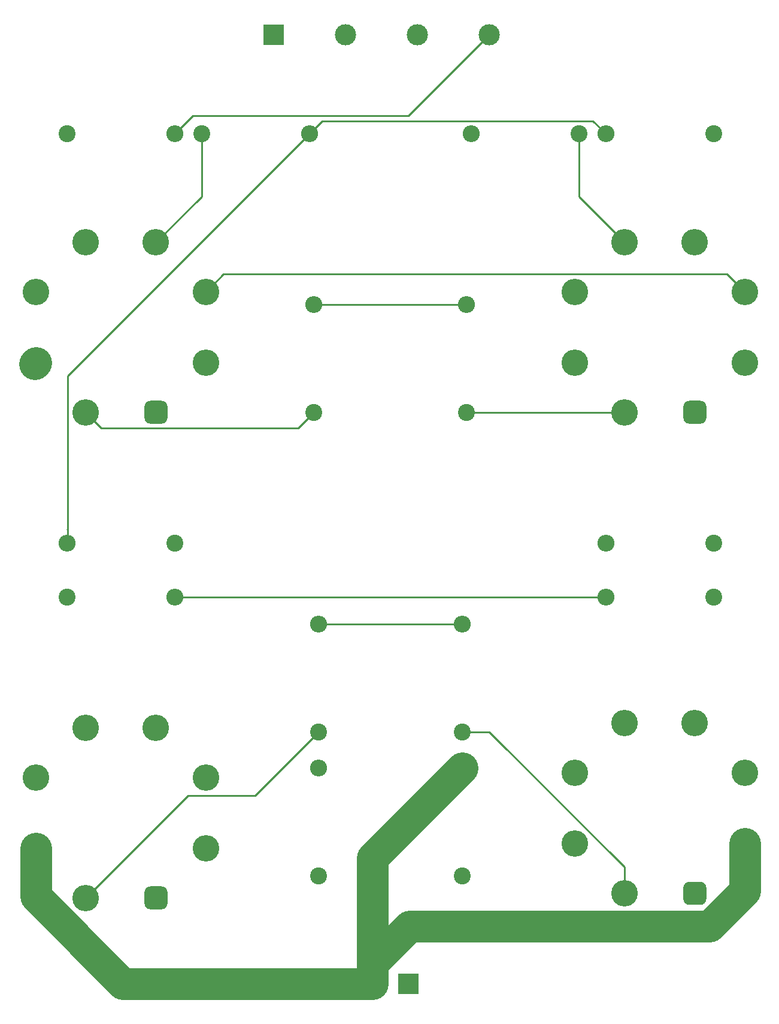
<source format=gbr>
%TF.GenerationSoftware,KiCad,Pcbnew,(5.1.12-1-10_14)*%
%TF.CreationDate,2022-01-04T15:34:02-08:00*%
%TF.ProjectId,pass-tube-array,70617373-2d74-4756-9265-2d6172726179,0.1*%
%TF.SameCoordinates,Original*%
%TF.FileFunction,Copper,L2,Bot*%
%TF.FilePolarity,Positive*%
%FSLAX46Y46*%
G04 Gerber Fmt 4.6, Leading zero omitted, Abs format (unit mm)*
G04 Created by KiCad (PCBNEW (5.1.12-1-10_14)) date 2022-01-04 15:34:02*
%MOMM*%
%LPD*%
G01*
G04 APERTURE LIST*
%TA.AperFunction,ComponentPad*%
%ADD10O,2.400000X2.400000*%
%TD*%
%TA.AperFunction,ComponentPad*%
%ADD11C,2.400000*%
%TD*%
%TA.AperFunction,ComponentPad*%
%ADD12O,3.750000X3.750000*%
%TD*%
%TA.AperFunction,ComponentPad*%
%ADD13R,3.000000X3.000000*%
%TD*%
%TA.AperFunction,ComponentPad*%
%ADD14C,3.000000*%
%TD*%
%TA.AperFunction,Conductor*%
%ADD15C,0.250000*%
%TD*%
%TA.AperFunction,Conductor*%
%ADD16C,4.500000*%
%TD*%
G04 APERTURE END LIST*
D10*
%TO.P,R11,2*%
%TO.N,Net-(J1-Pad3)*%
X223520000Y-155575000D03*
D11*
%TO.P,R11,1*%
%TO.N,Net-(R11-Pad1)*%
X223520000Y-170815000D03*
%TD*%
D12*
%TO.P,U1,8*%
%TO.N,Net-(R2-Pad1)*%
X190605116Y-125675433D03*
%TO.P,U1,7*%
%TO.N,Filament_A*%
X183569567Y-118639884D03*
%TO.P,U1,6*%
%TO.N,N/C*%
X183569567Y-108690116D03*
%TO.P,U1,5*%
%TO.N,Net-(R1-Pad1)*%
X190605116Y-101654567D03*
%TO.P,U1,4*%
%TO.N,Net-(R3-Pad1)*%
X200554884Y-101654567D03*
%TO.P,U1,3*%
%TO.N,Net-(J1-Pad1)*%
X207590433Y-108690116D03*
%TO.P,U1,2*%
%TO.N,Filament_B*%
X207590433Y-118639884D03*
%TO.P,U1,1*%
%TO.N,N/C*%
%TA.AperFunction,ComponentPad*%
G36*
G01*
X198929884Y-126485433D02*
X198929884Y-124865433D01*
G75*
G02*
X199739884Y-124055433I810000J0D01*
G01*
X201369884Y-124055433D01*
G75*
G02*
X202179884Y-124865433I0J-810000D01*
G01*
X202179884Y-126485433D01*
G75*
G02*
X201369884Y-127295433I-810000J0D01*
G01*
X199739884Y-127295433D01*
G75*
G02*
X198929884Y-126485433I0J810000D01*
G01*
G37*
%TD.AperFunction*%
%TD*%
%TO.P,U2,8*%
%TO.N,Net-(R5-Pad1)*%
X266805116Y-125675433D03*
%TO.P,U2,7*%
%TO.N,Filament_B*%
X259769567Y-118639884D03*
%TO.P,U2,6*%
%TO.N,N/C*%
X259769567Y-108690116D03*
%TO.P,U2,5*%
%TO.N,Net-(R4-Pad1)*%
X266805116Y-101654567D03*
%TO.P,U2,4*%
%TO.N,Net-(R6-Pad1)*%
X276754884Y-101654567D03*
%TO.P,U2,3*%
%TO.N,Net-(J1-Pad1)*%
X283790433Y-108690116D03*
%TO.P,U2,2*%
%TO.N,Filament_A*%
X283790433Y-118639884D03*
%TO.P,U2,1*%
%TO.N,N/C*%
%TA.AperFunction,ComponentPad*%
G36*
G01*
X275129884Y-126485433D02*
X275129884Y-124865433D01*
G75*
G02*
X275939884Y-124055433I810000J0D01*
G01*
X277569884Y-124055433D01*
G75*
G02*
X278379884Y-124865433I0J-810000D01*
G01*
X278379884Y-126485433D01*
G75*
G02*
X277569884Y-127295433I-810000J0D01*
G01*
X275939884Y-127295433D01*
G75*
G02*
X275129884Y-126485433I0J810000D01*
G01*
G37*
%TD.AperFunction*%
%TD*%
%TO.P,U3,8*%
%TO.N,Net-(R8-Pad1)*%
X266805116Y-193620433D03*
%TO.P,U3,7*%
%TO.N,Filament_B*%
X259769567Y-186584884D03*
%TO.P,U3,6*%
%TO.N,N/C*%
X259769567Y-176635116D03*
%TO.P,U3,5*%
%TO.N,Net-(R7-Pad1)*%
X266805116Y-169599567D03*
%TO.P,U3,4*%
%TO.N,Net-(R9-Pad1)*%
X276754884Y-169599567D03*
%TO.P,U3,3*%
%TO.N,Net-(J1-Pad1)*%
X283790433Y-176635116D03*
%TO.P,U3,2*%
%TO.N,Filament_A*%
X283790433Y-186584884D03*
%TO.P,U3,1*%
%TO.N,N/C*%
%TA.AperFunction,ComponentPad*%
G36*
G01*
X275129884Y-194430433D02*
X275129884Y-192810433D01*
G75*
G02*
X275939884Y-192000433I810000J0D01*
G01*
X277569884Y-192000433D01*
G75*
G02*
X278379884Y-192810433I0J-810000D01*
G01*
X278379884Y-194430433D01*
G75*
G02*
X277569884Y-195240433I-810000J0D01*
G01*
X275939884Y-195240433D01*
G75*
G02*
X275129884Y-194430433I0J810000D01*
G01*
G37*
%TD.AperFunction*%
%TD*%
%TO.P,U4,8*%
%TO.N,Net-(R11-Pad1)*%
X190605116Y-194255433D03*
%TO.P,U4,7*%
%TO.N,Filament_A*%
X183569567Y-187219884D03*
%TO.P,U4,6*%
%TO.N,N/C*%
X183569567Y-177270116D03*
%TO.P,U4,5*%
%TO.N,Net-(R10-Pad1)*%
X190605116Y-170234567D03*
%TO.P,U4,4*%
%TO.N,Net-(R12-Pad1)*%
X200554884Y-170234567D03*
%TO.P,U4,3*%
%TO.N,Net-(J1-Pad1)*%
X207590433Y-177270116D03*
%TO.P,U4,2*%
%TO.N,Filament_B*%
X207590433Y-187219884D03*
%TO.P,U4,1*%
%TO.N,N/C*%
%TA.AperFunction,ComponentPad*%
G36*
G01*
X198929884Y-195065433D02*
X198929884Y-193445433D01*
G75*
G02*
X199739884Y-192635433I810000J0D01*
G01*
X201369884Y-192635433D01*
G75*
G02*
X202179884Y-193445433I0J-810000D01*
G01*
X202179884Y-195065433D01*
G75*
G02*
X201369884Y-195875433I-810000J0D01*
G01*
X199739884Y-195875433D01*
G75*
G02*
X198929884Y-195065433I0J810000D01*
G01*
G37*
%TD.AperFunction*%
%TD*%
D13*
%TO.P,J1,1*%
%TO.N,Net-(J1-Pad1)*%
X217170000Y-72390000D03*
D14*
%TO.P,J1,2*%
%TO.N,Net-(J1-Pad2)*%
X227330000Y-72390000D03*
%TO.P,J1,3*%
%TO.N,Net-(J1-Pad3)*%
X237490000Y-72390000D03*
%TO.P,J1,4*%
%TO.N,Net-(J1-Pad4)*%
X247650000Y-72390000D03*
%TD*%
D13*
%TO.P,J2,1*%
%TO.N,Filament_B*%
X236220000Y-206375000D03*
D14*
%TO.P,J2,2*%
%TO.N,Filament_A*%
X231140000Y-206375000D03*
%TD*%
D11*
%TO.P,R1,1*%
%TO.N,Net-(R1-Pad1)*%
X187960000Y-86360000D03*
D10*
%TO.P,R1,2*%
%TO.N,Net-(J1-Pad4)*%
X203200000Y-86360000D03*
%TD*%
D11*
%TO.P,R2,1*%
%TO.N,Net-(R2-Pad1)*%
X222885000Y-125730000D03*
D10*
%TO.P,R2,2*%
%TO.N,Net-(J1-Pad3)*%
X222885000Y-110490000D03*
%TD*%
D11*
%TO.P,R3,1*%
%TO.N,Net-(R3-Pad1)*%
X207010000Y-86360000D03*
D10*
%TO.P,R3,2*%
%TO.N,Net-(J1-Pad2)*%
X222250000Y-86360000D03*
%TD*%
%TO.P,R4,2*%
%TO.N,Net-(J1-Pad4)*%
X245110000Y-86360000D03*
D11*
%TO.P,R4,1*%
%TO.N,Net-(R4-Pad1)*%
X260350000Y-86360000D03*
%TD*%
D10*
%TO.P,R5,2*%
%TO.N,Net-(J1-Pad3)*%
X244475000Y-110490000D03*
D11*
%TO.P,R5,1*%
%TO.N,Net-(R5-Pad1)*%
X244475000Y-125730000D03*
%TD*%
D10*
%TO.P,R6,2*%
%TO.N,Net-(J1-Pad2)*%
X264160000Y-86360000D03*
D11*
%TO.P,R6,1*%
%TO.N,Net-(R6-Pad1)*%
X279400000Y-86360000D03*
%TD*%
%TO.P,R7,1*%
%TO.N,Net-(R7-Pad1)*%
X279400000Y-151765000D03*
D10*
%TO.P,R7,2*%
%TO.N,Net-(J1-Pad4)*%
X264160000Y-151765000D03*
%TD*%
D11*
%TO.P,R8,1*%
%TO.N,Net-(R8-Pad1)*%
X243840000Y-170815000D03*
D10*
%TO.P,R8,2*%
%TO.N,Net-(J1-Pad3)*%
X243840000Y-155575000D03*
%TD*%
D11*
%TO.P,R9,1*%
%TO.N,Net-(R9-Pad1)*%
X279400000Y-144145000D03*
D10*
%TO.P,R9,2*%
%TO.N,Net-(J1-Pad2)*%
X264160000Y-144145000D03*
%TD*%
%TO.P,R10,2*%
%TO.N,Net-(J1-Pad4)*%
X203200000Y-151765000D03*
D11*
%TO.P,R10,1*%
%TO.N,Net-(R10-Pad1)*%
X187960000Y-151765000D03*
%TD*%
D10*
%TO.P,R12,2*%
%TO.N,Net-(J1-Pad2)*%
X187960000Y-144145000D03*
D11*
%TO.P,R12,1*%
%TO.N,Net-(R12-Pad1)*%
X203200000Y-144145000D03*
%TD*%
%TO.P,R13,1*%
%TO.N,Net-(J1-Pad3)*%
X223520000Y-191135000D03*
D10*
%TO.P,R13,2*%
%TO.N,Filament_B*%
X223520000Y-175895000D03*
%TD*%
%TO.P,R14,2*%
%TO.N,Filament_A*%
X243840000Y-175895000D03*
D11*
%TO.P,R14,1*%
%TO.N,Net-(J1-Pad3)*%
X243840000Y-191135000D03*
%TD*%
D15*
%TO.N,Net-(J1-Pad1)*%
X210090434Y-106190115D02*
X207590433Y-108690116D01*
X281290432Y-106190115D02*
X210090434Y-106190115D01*
X283790433Y-108690116D02*
X281290432Y-106190115D01*
%TO.N,Net-(J1-Pad2)*%
X224075001Y-84534999D02*
X262334999Y-84534999D01*
X262334999Y-84534999D02*
X264160000Y-86360000D01*
X222250000Y-86360000D02*
X224075001Y-84534999D01*
X188105115Y-142094885D02*
X187960000Y-142240000D01*
X188105115Y-143999885D02*
X187960000Y-144145000D01*
X188105115Y-120504885D02*
X188105115Y-143999885D01*
X222250000Y-86360000D02*
X188105115Y-120504885D01*
%TO.N,Net-(J1-Pad3)*%
X244475000Y-110490000D02*
X222885000Y-110490000D01*
X223520000Y-155575000D02*
X243840000Y-155575000D01*
%TO.N,Net-(J1-Pad4)*%
X205775011Y-83784989D02*
X236255011Y-83784989D01*
X236255011Y-83784989D02*
X247650000Y-72390000D01*
X203200000Y-86360000D02*
X205775011Y-83784989D01*
X203200000Y-151765000D02*
X264160000Y-151765000D01*
%TO.N,Net-(R2-Pad1)*%
X220694557Y-127920443D02*
X192850126Y-127920443D01*
X192850126Y-127920443D02*
X190605116Y-125675433D01*
X222885000Y-125730000D02*
X220694557Y-127920443D01*
%TO.N,Net-(R3-Pad1)*%
X207010000Y-95199451D02*
X200554884Y-101654567D01*
X207010000Y-86360000D02*
X207010000Y-95199451D01*
%TO.N,Net-(R4-Pad1)*%
X260350000Y-95199451D02*
X266805116Y-101654567D01*
X260350000Y-86360000D02*
X260350000Y-95199451D01*
%TO.N,Net-(R5-Pad1)*%
X266750549Y-125730000D02*
X266805116Y-125675433D01*
X244475000Y-125730000D02*
X266750549Y-125730000D01*
%TO.N,Net-(R8-Pad1)*%
X266805116Y-189920431D02*
X266805116Y-193620433D01*
X247699685Y-170815000D02*
X266805116Y-189920431D01*
X243840000Y-170815000D02*
X247699685Y-170815000D01*
%TO.N,Net-(R11-Pad1)*%
X205090432Y-179770117D02*
X190605116Y-194255433D01*
X214564883Y-179770117D02*
X205090432Y-179770117D01*
X223520000Y-170815000D02*
X214564883Y-179770117D01*
D16*
%TO.N,Filament_A*%
X183374999Y-118834452D02*
X183569567Y-118639884D01*
X183569567Y-194064886D02*
X183569567Y-187219884D01*
X195879681Y-206375000D02*
X183569567Y-194064886D01*
X231140000Y-206375000D02*
X195879681Y-206375000D01*
X278789497Y-198245434D02*
X283790433Y-193244498D01*
X236399564Y-198245434D02*
X278789497Y-198245434D01*
X283790433Y-193244498D02*
X283790433Y-186584884D01*
X231140000Y-203504998D02*
X236399564Y-198245434D01*
X231140000Y-206375000D02*
X231140000Y-203504998D01*
X231140000Y-188595000D02*
X231140000Y-206375000D01*
X243840000Y-175895000D02*
X231140000Y-188595000D01*
%TD*%
M02*

</source>
